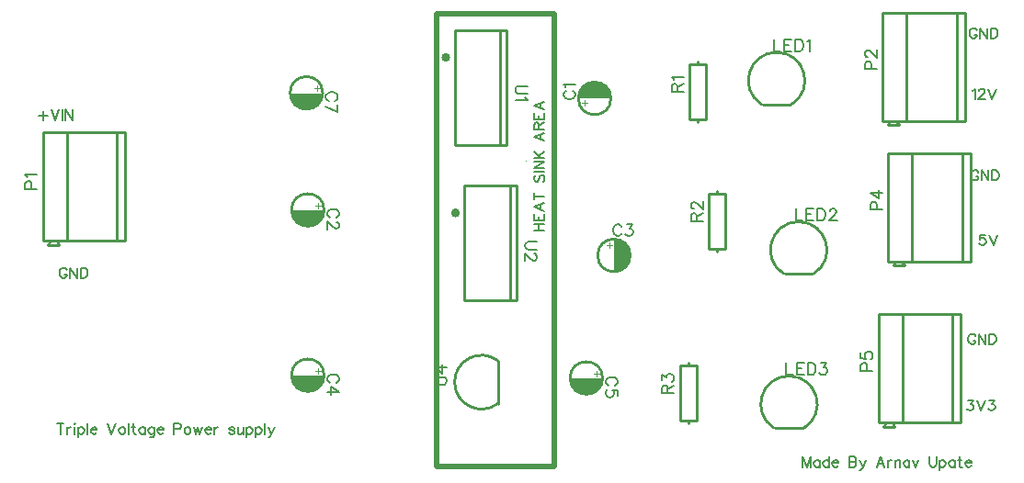
<source format=gto>
G04 Layer: TopSilkscreenLayer*
G04 EasyEDA v6.5.46, 2025-05-24 16:21:16*
G04 ef174af1d8114eec8ec5a0e0ba4c07ea,10*
G04 Gerber Generator version 0.2*
G04 Scale: 100 percent, Rotated: No, Reflected: No *
G04 Dimensions in millimeters *
G04 leading zeros omitted , absolute positions ,4 integer and 5 decimal *
%FSLAX45Y45*%
%MOMM*%

%ADD10C,0.2032*%
%ADD11C,0.1524*%
%ADD12C,0.0800*%
%ADD13C,0.2540*%
%ADD14C,0.4000*%
%ADD15C,0.5000*%
%ADD16C,0.0132*%

%LPD*%
D10*
X904494Y6640576D02*
G01*
X904494Y6558534D01*
X863600Y6599681D02*
G01*
X945387Y6599681D01*
X975360Y6654037D02*
G01*
X1011681Y6558534D01*
X1048257Y6654037D02*
G01*
X1011681Y6558534D01*
X1078229Y6654037D02*
G01*
X1078229Y6558534D01*
X1108202Y6654037D02*
G01*
X1108202Y6558534D01*
X1108202Y6654037D02*
G01*
X1171702Y6558534D01*
X1171702Y6654037D02*
G01*
X1171702Y6558534D01*
X1122171Y5170931D02*
G01*
X1117854Y5180076D01*
X1108710Y5188965D01*
X1099565Y5193537D01*
X1081278Y5193537D01*
X1072387Y5188965D01*
X1063244Y5180076D01*
X1058671Y5170931D01*
X1054100Y5157215D01*
X1054100Y5134610D01*
X1058671Y5120894D01*
X1063244Y5111750D01*
X1072387Y5102605D01*
X1081278Y5098034D01*
X1099565Y5098034D01*
X1108710Y5102605D01*
X1117854Y5111750D01*
X1122171Y5120894D01*
X1122171Y5134610D01*
X1099565Y5134610D02*
G01*
X1122171Y5134610D01*
X1152397Y5193537D02*
G01*
X1152397Y5098034D01*
X1152397Y5193537D02*
G01*
X1215897Y5098034D01*
X1215897Y5193537D02*
G01*
X1215897Y5098034D01*
X1245870Y5193537D02*
G01*
X1245870Y5098034D01*
X1245870Y5193537D02*
G01*
X1277620Y5193537D01*
X1291336Y5188965D01*
X1300479Y5180076D01*
X1305052Y5170931D01*
X1309623Y5157215D01*
X1309623Y5134610D01*
X1305052Y5120894D01*
X1300479Y5111750D01*
X1291336Y5102605D01*
X1277620Y5098034D01*
X1245870Y5098034D01*
X9579609Y5498337D02*
G01*
X9534143Y5498337D01*
X9529572Y5457444D01*
X9534143Y5462015D01*
X9547606Y5466587D01*
X9561322Y5466587D01*
X9575038Y5462015D01*
X9584181Y5452871D01*
X9588754Y5439410D01*
X9588754Y5430265D01*
X9584181Y5416550D01*
X9575038Y5407405D01*
X9561322Y5402834D01*
X9547606Y5402834D01*
X9534143Y5407405D01*
X9529572Y5411978D01*
X9525000Y5421121D01*
X9618725Y5498337D02*
G01*
X9655047Y5402834D01*
X9691370Y5498337D02*
G01*
X9655047Y5402834D01*
X9504400Y7380571D02*
G01*
X9499828Y7389715D01*
X9490684Y7398859D01*
X9481540Y7403431D01*
X9463252Y7403431D01*
X9454362Y7398859D01*
X9445218Y7389715D01*
X9440646Y7380571D01*
X9436074Y7367109D01*
X9436074Y7344249D01*
X9440646Y7330787D01*
X9445218Y7321643D01*
X9454362Y7312499D01*
X9463252Y7307927D01*
X9481540Y7307927D01*
X9490684Y7312499D01*
X9499828Y7321643D01*
X9504400Y7330787D01*
X9504400Y7344249D01*
X9481540Y7344249D02*
G01*
X9504400Y7344249D01*
X9534372Y7403431D02*
G01*
X9534372Y7307927D01*
X9534372Y7403431D02*
G01*
X9597872Y7307927D01*
X9597872Y7403431D02*
G01*
X9597872Y7307927D01*
X9627844Y7403431D02*
G01*
X9627844Y7307927D01*
X9627844Y7403431D02*
G01*
X9659848Y7403431D01*
X9673310Y7398859D01*
X9682454Y7389715D01*
X9687026Y7380571D01*
X9691598Y7367109D01*
X9691598Y7344249D01*
X9687026Y7330787D01*
X9682454Y7321643D01*
X9673310Y7312499D01*
X9659848Y7307927D01*
X9627844Y7307927D01*
X5423661Y5537200D02*
G01*
X5519165Y5537200D01*
X5423661Y5600954D02*
G01*
X5519165Y5600954D01*
X5469127Y5537200D02*
G01*
X5469127Y5600954D01*
X5423661Y5630926D02*
G01*
X5519165Y5630926D01*
X5423661Y5630926D02*
G01*
X5423661Y5689854D01*
X5469127Y5630926D02*
G01*
X5469127Y5667247D01*
X5519165Y5630926D02*
G01*
X5519165Y5689854D01*
X5423661Y5756402D02*
G01*
X5519165Y5719826D01*
X5423661Y5756402D02*
G01*
X5519165Y5792723D01*
X5487161Y5733542D02*
G01*
X5487161Y5779007D01*
X5423661Y5854445D02*
G01*
X5519165Y5854445D01*
X5423661Y5822695D02*
G01*
X5423661Y5886195D01*
X5437124Y6050026D02*
G01*
X5428234Y6040881D01*
X5423661Y6027165D01*
X5423661Y6009131D01*
X5428234Y5995415D01*
X5437124Y5986271D01*
X5446268Y5986271D01*
X5455411Y5990844D01*
X5459984Y5995415D01*
X5464556Y6004560D01*
X5473700Y6031737D01*
X5478018Y6040881D01*
X5482590Y6045454D01*
X5491734Y6050026D01*
X5505450Y6050026D01*
X5514593Y6040881D01*
X5519165Y6027165D01*
X5519165Y6009131D01*
X5514593Y5995415D01*
X5505450Y5986271D01*
X5423661Y6079997D02*
G01*
X5519165Y6079997D01*
X5423661Y6109970D02*
G01*
X5519165Y6109970D01*
X5423661Y6109970D02*
G01*
X5519165Y6173470D01*
X5423661Y6173470D02*
G01*
X5519165Y6173470D01*
X5423661Y6203442D02*
G01*
X5519165Y6203442D01*
X5423661Y6267195D02*
G01*
X5487161Y6203442D01*
X5464556Y6226302D02*
G01*
X5519165Y6267195D01*
X5423661Y6403594D02*
G01*
X5519165Y6367271D01*
X5423661Y6403594D02*
G01*
X5519165Y6439915D01*
X5487161Y6380734D02*
G01*
X5487161Y6426200D01*
X5423661Y6469887D02*
G01*
X5519165Y6469887D01*
X5423661Y6469887D02*
G01*
X5423661Y6510781D01*
X5428234Y6524497D01*
X5432806Y6529070D01*
X5441695Y6533642D01*
X5450840Y6533642D01*
X5459984Y6529070D01*
X5464556Y6524497D01*
X5469127Y6510781D01*
X5469127Y6469887D01*
X5469127Y6501637D02*
G01*
X5519165Y6533642D01*
X5423661Y6563613D02*
G01*
X5519165Y6563613D01*
X5423661Y6563613D02*
G01*
X5423661Y6622542D01*
X5469127Y6563613D02*
G01*
X5469127Y6599936D01*
X5519165Y6563613D02*
G01*
X5519165Y6622542D01*
X5423661Y6689089D02*
G01*
X5519165Y6652768D01*
X5423661Y6689089D02*
G01*
X5519165Y6725412D01*
X5487161Y6666229D02*
G01*
X5487161Y6711695D01*
X9461500Y6826504D02*
G01*
X9470643Y6831076D01*
X9484106Y6844537D01*
X9484106Y6749034D01*
X9518650Y6821931D02*
G01*
X9518650Y6826504D01*
X9523222Y6835394D01*
X9527793Y6839965D01*
X9536938Y6844537D01*
X9555225Y6844537D01*
X9564115Y6839965D01*
X9568688Y6835394D01*
X9573259Y6826504D01*
X9573259Y6817360D01*
X9568688Y6808215D01*
X9559797Y6794500D01*
X9514331Y6749034D01*
X9577831Y6749034D01*
X9607804Y6844537D02*
G01*
X9644125Y6749034D01*
X9680702Y6844537D02*
G01*
X9644125Y6749034D01*
X9419843Y3974337D02*
G01*
X9469881Y3974337D01*
X9442450Y3938015D01*
X9456165Y3938015D01*
X9465309Y3933444D01*
X9469881Y3928871D01*
X9474454Y3915410D01*
X9474454Y3906265D01*
X9469881Y3892550D01*
X9460738Y3883405D01*
X9447022Y3878834D01*
X9433306Y3878834D01*
X9419843Y3883405D01*
X9415272Y3887978D01*
X9410700Y3897121D01*
X9504425Y3974337D02*
G01*
X9540747Y3878834D01*
X9577070Y3974337D02*
G01*
X9540747Y3878834D01*
X9616186Y3974337D02*
G01*
X9666224Y3974337D01*
X9638791Y3938015D01*
X9652508Y3938015D01*
X9661652Y3933444D01*
X9666224Y3928871D01*
X9670795Y3915410D01*
X9670795Y3906265D01*
X9666224Y3892550D01*
X9657079Y3883405D01*
X9643363Y3878834D01*
X9629902Y3878834D01*
X9616186Y3883405D01*
X9611613Y3887978D01*
X9607041Y3897121D01*
X9517100Y6072471D02*
G01*
X9512528Y6081615D01*
X9503384Y6090759D01*
X9494240Y6095331D01*
X9475952Y6095331D01*
X9467062Y6090759D01*
X9457918Y6081615D01*
X9453346Y6072471D01*
X9448774Y6059009D01*
X9448774Y6036149D01*
X9453346Y6022687D01*
X9457918Y6013543D01*
X9467062Y6004399D01*
X9475952Y5999827D01*
X9494240Y5999827D01*
X9503384Y6004399D01*
X9512528Y6013543D01*
X9517100Y6022687D01*
X9517100Y6036149D01*
X9494240Y6036149D02*
G01*
X9517100Y6036149D01*
X9547072Y6095331D02*
G01*
X9547072Y5999827D01*
X9547072Y6095331D02*
G01*
X9610572Y5999827D01*
X9610572Y6095331D02*
G01*
X9610572Y5999827D01*
X9640544Y6095331D02*
G01*
X9640544Y5999827D01*
X9640544Y6095331D02*
G01*
X9672548Y6095331D01*
X9686010Y6090759D01*
X9695154Y6081615D01*
X9699726Y6072471D01*
X9704298Y6059009D01*
X9704298Y6036149D01*
X9699726Y6022687D01*
X9695154Y6013543D01*
X9686010Y6004399D01*
X9672548Y5999827D01*
X9640544Y5999827D01*
X9491700Y4561171D02*
G01*
X9487128Y4570315D01*
X9477984Y4579459D01*
X9468840Y4584031D01*
X9450552Y4584031D01*
X9441662Y4579459D01*
X9432518Y4570315D01*
X9427946Y4561171D01*
X9423374Y4547709D01*
X9423374Y4524849D01*
X9427946Y4511387D01*
X9432518Y4502243D01*
X9441662Y4493099D01*
X9450552Y4488527D01*
X9468840Y4488527D01*
X9477984Y4493099D01*
X9487128Y4502243D01*
X9491700Y4511387D01*
X9491700Y4524849D01*
X9468840Y4524849D02*
G01*
X9491700Y4524849D01*
X9521672Y4584031D02*
G01*
X9521672Y4488527D01*
X9521672Y4584031D02*
G01*
X9585172Y4488527D01*
X9585172Y4584031D02*
G01*
X9585172Y4488527D01*
X9615144Y4584031D02*
G01*
X9615144Y4488527D01*
X9615144Y4584031D02*
G01*
X9647148Y4584031D01*
X9660610Y4579459D01*
X9669754Y4570315D01*
X9674326Y4561171D01*
X9678898Y4547709D01*
X9678898Y4524849D01*
X9674326Y4511387D01*
X9669754Y4502243D01*
X9660610Y4493099D01*
X9647148Y4488527D01*
X9615144Y4488527D01*
X1060450Y3758437D02*
G01*
X1060450Y3662934D01*
X1028700Y3758437D02*
G01*
X1092454Y3758437D01*
X1122426Y3726687D02*
G01*
X1122426Y3662934D01*
X1122426Y3699510D02*
G01*
X1126997Y3712971D01*
X1135887Y3722115D01*
X1145031Y3726687D01*
X1158747Y3726687D01*
X1188720Y3758437D02*
G01*
X1193292Y3753865D01*
X1197863Y3758437D01*
X1193292Y3763010D01*
X1188720Y3758437D01*
X1193292Y3726687D02*
G01*
X1193292Y3662934D01*
X1227836Y3726687D02*
G01*
X1227836Y3631184D01*
X1227836Y3712971D02*
G01*
X1236979Y3722115D01*
X1245870Y3726687D01*
X1259586Y3726687D01*
X1268729Y3722115D01*
X1277873Y3712971D01*
X1282445Y3699510D01*
X1282445Y3690365D01*
X1277873Y3676650D01*
X1268729Y3667505D01*
X1259586Y3662934D01*
X1245870Y3662934D01*
X1236979Y3667505D01*
X1227836Y3676650D01*
X1312418Y3758437D02*
G01*
X1312418Y3662934D01*
X1342389Y3699510D02*
G01*
X1397000Y3699510D01*
X1397000Y3708400D01*
X1392428Y3717544D01*
X1387855Y3722115D01*
X1378712Y3726687D01*
X1364995Y3726687D01*
X1355852Y3722115D01*
X1346962Y3712971D01*
X1342389Y3699510D01*
X1342389Y3690365D01*
X1346962Y3676650D01*
X1355852Y3667505D01*
X1364995Y3662934D01*
X1378712Y3662934D01*
X1387855Y3667505D01*
X1397000Y3676650D01*
X1496821Y3758437D02*
G01*
X1533144Y3662934D01*
X1569720Y3758437D02*
G01*
X1533144Y3662934D01*
X1622297Y3726687D02*
G01*
X1613154Y3722115D01*
X1604263Y3712971D01*
X1599692Y3699510D01*
X1599692Y3690365D01*
X1604263Y3676650D01*
X1613154Y3667505D01*
X1622297Y3662934D01*
X1636013Y3662934D01*
X1645157Y3667505D01*
X1654047Y3676650D01*
X1658620Y3690365D01*
X1658620Y3699510D01*
X1654047Y3712971D01*
X1645157Y3722115D01*
X1636013Y3726687D01*
X1622297Y3726687D01*
X1688592Y3758437D02*
G01*
X1688592Y3662934D01*
X1732279Y3758437D02*
G01*
X1732279Y3681221D01*
X1736852Y3667505D01*
X1745995Y3662934D01*
X1755139Y3662934D01*
X1718818Y3726687D02*
G01*
X1750568Y3726687D01*
X1839721Y3726687D02*
G01*
X1839721Y3662934D01*
X1839721Y3712971D02*
G01*
X1830578Y3722115D01*
X1821434Y3726687D01*
X1807718Y3726687D01*
X1798573Y3722115D01*
X1789684Y3712971D01*
X1785112Y3699510D01*
X1785112Y3690365D01*
X1789684Y3676650D01*
X1798573Y3667505D01*
X1807718Y3662934D01*
X1821434Y3662934D01*
X1830578Y3667505D01*
X1839721Y3676650D01*
X1924050Y3726687D02*
G01*
X1924050Y3654044D01*
X1919731Y3640328D01*
X1915160Y3635755D01*
X1906015Y3631184D01*
X1892300Y3631184D01*
X1883155Y3635755D01*
X1924050Y3712971D02*
G01*
X1915160Y3722115D01*
X1906015Y3726687D01*
X1892300Y3726687D01*
X1883155Y3722115D01*
X1874265Y3712971D01*
X1869694Y3699510D01*
X1869694Y3690365D01*
X1874265Y3676650D01*
X1883155Y3667505D01*
X1892300Y3662934D01*
X1906015Y3662934D01*
X1915160Y3667505D01*
X1924050Y3676650D01*
X1954275Y3699510D02*
G01*
X2008631Y3699510D01*
X2008631Y3708400D01*
X2004059Y3717544D01*
X1999488Y3722115D01*
X1990597Y3726687D01*
X1976881Y3726687D01*
X1967738Y3722115D01*
X1958593Y3712971D01*
X1954275Y3699510D01*
X1954275Y3690365D01*
X1958593Y3676650D01*
X1967738Y3667505D01*
X1976881Y3662934D01*
X1990597Y3662934D01*
X1999488Y3667505D01*
X2008631Y3676650D01*
X2108708Y3758437D02*
G01*
X2108708Y3662934D01*
X2108708Y3758437D02*
G01*
X2149602Y3758437D01*
X2163318Y3753865D01*
X2167890Y3749294D01*
X2172208Y3740404D01*
X2172208Y3726687D01*
X2167890Y3717544D01*
X2163318Y3712971D01*
X2149602Y3708400D01*
X2108708Y3708400D01*
X2225040Y3726687D02*
G01*
X2215895Y3722115D01*
X2207006Y3712971D01*
X2202434Y3699510D01*
X2202434Y3690365D01*
X2207006Y3676650D01*
X2215895Y3667505D01*
X2225040Y3662934D01*
X2238756Y3662934D01*
X2247900Y3667505D01*
X2256790Y3676650D01*
X2261361Y3690365D01*
X2261361Y3699510D01*
X2256790Y3712971D01*
X2247900Y3722115D01*
X2238756Y3726687D01*
X2225040Y3726687D01*
X2291334Y3726687D02*
G01*
X2309622Y3662934D01*
X2327909Y3726687D02*
G01*
X2309622Y3662934D01*
X2327909Y3726687D02*
G01*
X2345943Y3662934D01*
X2364231Y3726687D02*
G01*
X2345943Y3662934D01*
X2394204Y3699510D02*
G01*
X2448813Y3699510D01*
X2448813Y3708400D01*
X2444241Y3717544D01*
X2439670Y3722115D01*
X2430525Y3726687D01*
X2416809Y3726687D01*
X2407665Y3722115D01*
X2398775Y3712971D01*
X2394204Y3699510D01*
X2394204Y3690365D01*
X2398775Y3676650D01*
X2407665Y3667505D01*
X2416809Y3662934D01*
X2430525Y3662934D01*
X2439670Y3667505D01*
X2448813Y3676650D01*
X2478786Y3726687D02*
G01*
X2478786Y3662934D01*
X2478786Y3699510D02*
G01*
X2483358Y3712971D01*
X2492247Y3722115D01*
X2501391Y3726687D01*
X2515108Y3726687D01*
X2664968Y3712971D02*
G01*
X2660395Y3722115D01*
X2646934Y3726687D01*
X2633218Y3726687D01*
X2619502Y3722115D01*
X2615184Y3712971D01*
X2619502Y3704081D01*
X2628645Y3699510D01*
X2651506Y3694937D01*
X2660395Y3690365D01*
X2664968Y3681221D01*
X2664968Y3676650D01*
X2660395Y3667505D01*
X2646934Y3662934D01*
X2633218Y3662934D01*
X2619502Y3667505D01*
X2615184Y3676650D01*
X2694940Y3726687D02*
G01*
X2694940Y3681221D01*
X2699511Y3667505D01*
X2708656Y3662934D01*
X2722372Y3662934D01*
X2731515Y3667505D01*
X2744977Y3681221D01*
X2744977Y3726687D02*
G01*
X2744977Y3662934D01*
X2774950Y3726687D02*
G01*
X2774950Y3631184D01*
X2774950Y3712971D02*
G01*
X2784093Y3722115D01*
X2793238Y3726687D01*
X2806954Y3726687D01*
X2815843Y3722115D01*
X2824988Y3712971D01*
X2829559Y3699510D01*
X2829559Y3690365D01*
X2824988Y3676650D01*
X2815843Y3667505D01*
X2806954Y3662934D01*
X2793238Y3662934D01*
X2784093Y3667505D01*
X2774950Y3676650D01*
X2859531Y3726687D02*
G01*
X2859531Y3631184D01*
X2859531Y3712971D02*
G01*
X2868675Y3722115D01*
X2877820Y3726687D01*
X2891536Y3726687D01*
X2900425Y3722115D01*
X2909570Y3712971D01*
X2914141Y3699510D01*
X2914141Y3690365D01*
X2909570Y3676650D01*
X2900425Y3667505D01*
X2891536Y3662934D01*
X2877820Y3662934D01*
X2868675Y3667505D01*
X2859531Y3676650D01*
X2944113Y3758437D02*
G01*
X2944113Y3662934D01*
X2978658Y3726687D02*
G01*
X3006090Y3662934D01*
X3033268Y3726687D02*
G01*
X3006090Y3662934D01*
X2996945Y3644900D01*
X2987802Y3635755D01*
X2978658Y3631184D01*
X2974086Y3631184D01*
X7899400Y3453637D02*
G01*
X7899400Y3358134D01*
X7899400Y3453637D02*
G01*
X7935722Y3358134D01*
X7972043Y3453637D02*
G01*
X7935722Y3358134D01*
X7972043Y3453637D02*
G01*
X7972043Y3358134D01*
X8056625Y3421887D02*
G01*
X8056625Y3358134D01*
X8056625Y3408171D02*
G01*
X8047481Y3417315D01*
X8038591Y3421887D01*
X8024875Y3421887D01*
X8015731Y3417315D01*
X8006588Y3408171D01*
X8002015Y3394710D01*
X8002015Y3385565D01*
X8006588Y3371850D01*
X8015731Y3362705D01*
X8024875Y3358134D01*
X8038591Y3358134D01*
X8047481Y3362705D01*
X8056625Y3371850D01*
X8141208Y3453637D02*
G01*
X8141208Y3358134D01*
X8141208Y3408171D02*
G01*
X8132063Y3417315D01*
X8122920Y3421887D01*
X8109458Y3421887D01*
X8100313Y3417315D01*
X8091170Y3408171D01*
X8086597Y3394710D01*
X8086597Y3385565D01*
X8091170Y3371850D01*
X8100313Y3362705D01*
X8109458Y3358134D01*
X8122920Y3358134D01*
X8132063Y3362705D01*
X8141208Y3371850D01*
X8171179Y3394710D02*
G01*
X8225790Y3394710D01*
X8225790Y3403600D01*
X8221218Y3412744D01*
X8216645Y3417315D01*
X8207502Y3421887D01*
X8194040Y3421887D01*
X8184895Y3417315D01*
X8175752Y3408171D01*
X8171179Y3394710D01*
X8171179Y3385565D01*
X8175752Y3371850D01*
X8184895Y3362705D01*
X8194040Y3358134D01*
X8207502Y3358134D01*
X8216645Y3362705D01*
X8225790Y3371850D01*
X8325865Y3453637D02*
G01*
X8325865Y3358134D01*
X8325865Y3453637D02*
G01*
X8366759Y3453637D01*
X8380222Y3449065D01*
X8384793Y3444494D01*
X8389365Y3435604D01*
X8389365Y3426460D01*
X8384793Y3417315D01*
X8380222Y3412744D01*
X8366759Y3408171D01*
X8325865Y3408171D02*
G01*
X8366759Y3408171D01*
X8380222Y3403600D01*
X8384793Y3399281D01*
X8389365Y3390137D01*
X8389365Y3376421D01*
X8384793Y3367278D01*
X8380222Y3362705D01*
X8366759Y3358134D01*
X8325865Y3358134D01*
X8423909Y3421887D02*
G01*
X8451341Y3358134D01*
X8478520Y3421887D02*
G01*
X8451341Y3358134D01*
X8442197Y3340100D01*
X8433054Y3330955D01*
X8423909Y3326384D01*
X8419338Y3326384D01*
X8614918Y3453637D02*
G01*
X8578595Y3358134D01*
X8614918Y3453637D02*
G01*
X8651240Y3358134D01*
X8592058Y3390137D02*
G01*
X8637524Y3390137D01*
X8681211Y3421887D02*
G01*
X8681211Y3358134D01*
X8681211Y3394710D02*
G01*
X8685784Y3408171D01*
X8694927Y3417315D01*
X8703818Y3421887D01*
X8717534Y3421887D01*
X8747506Y3421887D02*
G01*
X8747506Y3358134D01*
X8747506Y3403600D02*
G01*
X8761222Y3417315D01*
X8770365Y3421887D01*
X8783827Y3421887D01*
X8792972Y3417315D01*
X8797543Y3403600D01*
X8797543Y3358134D01*
X8882125Y3421887D02*
G01*
X8882125Y3358134D01*
X8882125Y3408171D02*
G01*
X8872981Y3417315D01*
X8863838Y3421887D01*
X8850375Y3421887D01*
X8841231Y3417315D01*
X8832088Y3408171D01*
X8827515Y3394710D01*
X8827515Y3385565D01*
X8832088Y3371850D01*
X8841231Y3362705D01*
X8850375Y3358134D01*
X8863838Y3358134D01*
X8872981Y3362705D01*
X8882125Y3371850D01*
X8912097Y3421887D02*
G01*
X8939275Y3358134D01*
X8966708Y3421887D02*
G01*
X8939275Y3358134D01*
X9066784Y3453637D02*
G01*
X9066784Y3385565D01*
X9071102Y3371850D01*
X9080245Y3362705D01*
X9093961Y3358134D01*
X9103106Y3358134D01*
X9116568Y3362705D01*
X9125711Y3371850D01*
X9130284Y3385565D01*
X9130284Y3453637D01*
X9160256Y3421887D02*
G01*
X9160256Y3326384D01*
X9160256Y3408171D02*
G01*
X9169400Y3417315D01*
X9178543Y3421887D01*
X9192006Y3421887D01*
X9201150Y3417315D01*
X9210293Y3408171D01*
X9214865Y3394710D01*
X9214865Y3385565D01*
X9210293Y3371850D01*
X9201150Y3362705D01*
X9192006Y3358134D01*
X9178543Y3358134D01*
X9169400Y3362705D01*
X9160256Y3371850D01*
X9299447Y3421887D02*
G01*
X9299447Y3358134D01*
X9299447Y3408171D02*
G01*
X9290304Y3417315D01*
X9281159Y3421887D01*
X9267697Y3421887D01*
X9258554Y3417315D01*
X9249409Y3408171D01*
X9244838Y3394710D01*
X9244838Y3385565D01*
X9249409Y3371850D01*
X9258554Y3362705D01*
X9267697Y3358134D01*
X9281159Y3358134D01*
X9290304Y3362705D01*
X9299447Y3371850D01*
X9343136Y3453637D02*
G01*
X9343136Y3376421D01*
X9347454Y3362705D01*
X9356597Y3358134D01*
X9365741Y3358134D01*
X9329420Y3421887D02*
G01*
X9361170Y3421887D01*
X9395713Y3394710D02*
G01*
X9450324Y3394710D01*
X9450324Y3403600D01*
X9445752Y3412744D01*
X9441179Y3417315D01*
X9432036Y3421887D01*
X9418574Y3421887D01*
X9409429Y3417315D01*
X9400286Y3408171D01*
X9395713Y3394710D01*
X9395713Y3385565D01*
X9400286Y3371850D01*
X9409429Y3362705D01*
X9418574Y3358134D01*
X9432036Y3358134D01*
X9441179Y3362705D01*
X9450324Y3371850D01*
D11*
X5719988Y6827733D02*
G01*
X5709574Y6822399D01*
X5699160Y6811985D01*
X5694080Y6801825D01*
X5694080Y6780997D01*
X5699160Y6770583D01*
X5709574Y6760169D01*
X5719988Y6754835D01*
X5735736Y6749755D01*
X5761644Y6749755D01*
X5777138Y6754835D01*
X5787552Y6760169D01*
X5797966Y6770583D01*
X5803046Y6780997D01*
X5803046Y6801825D01*
X5797966Y6811985D01*
X5787552Y6822399D01*
X5777138Y6827733D01*
X5714908Y6862023D02*
G01*
X5709574Y6872437D01*
X5694080Y6887931D01*
X5803046Y6887931D01*
X3601811Y5656366D02*
G01*
X3612225Y5661700D01*
X3622639Y5672114D01*
X3627719Y5682274D01*
X3627719Y5703102D01*
X3622639Y5713516D01*
X3612225Y5723930D01*
X3601811Y5729264D01*
X3586063Y5734344D01*
X3560155Y5734344D01*
X3544661Y5729264D01*
X3534247Y5723930D01*
X3523833Y5713516D01*
X3518753Y5703102D01*
X3518753Y5682274D01*
X3523833Y5672114D01*
X3534247Y5661700D01*
X3544661Y5656366D01*
X3601811Y5616996D02*
G01*
X3606891Y5616996D01*
X3617305Y5611662D01*
X3622639Y5606582D01*
X3627719Y5596168D01*
X3627719Y5575340D01*
X3622639Y5564926D01*
X3617305Y5559846D01*
X3606891Y5554512D01*
X3596477Y5554512D01*
X3586063Y5559846D01*
X3570569Y5570260D01*
X3518753Y5622076D01*
X3518753Y5549432D01*
X6230833Y5570311D02*
G01*
X6225499Y5580725D01*
X6215085Y5591139D01*
X6204925Y5596219D01*
X6184097Y5596219D01*
X6173683Y5591139D01*
X6163269Y5580725D01*
X6157935Y5570311D01*
X6152855Y5554563D01*
X6152855Y5528655D01*
X6157935Y5513161D01*
X6163269Y5502747D01*
X6173683Y5492333D01*
X6184097Y5487253D01*
X6204925Y5487253D01*
X6215085Y5492333D01*
X6225499Y5502747D01*
X6230833Y5513161D01*
X6275537Y5596219D02*
G01*
X6332687Y5596219D01*
X6301445Y5554563D01*
X6316939Y5554563D01*
X6327353Y5549483D01*
X6332687Y5544403D01*
X6337767Y5528655D01*
X6337767Y5518241D01*
X6332687Y5502747D01*
X6322273Y5492333D01*
X6306525Y5487253D01*
X6291031Y5487253D01*
X6275537Y5492333D01*
X6270203Y5497413D01*
X6265123Y5507827D01*
X3601811Y4132366D02*
G01*
X3612225Y4137700D01*
X3622639Y4148114D01*
X3627719Y4158274D01*
X3627719Y4179102D01*
X3622639Y4189516D01*
X3612225Y4199930D01*
X3601811Y4205264D01*
X3586063Y4210344D01*
X3560155Y4210344D01*
X3544661Y4205264D01*
X3534247Y4199930D01*
X3523833Y4189516D01*
X3518753Y4179102D01*
X3518753Y4158274D01*
X3523833Y4148114D01*
X3534247Y4137700D01*
X3544661Y4132366D01*
X3627719Y4046260D02*
G01*
X3555075Y4098076D01*
X3555075Y4020098D01*
X3627719Y4046260D02*
G01*
X3518753Y4046260D01*
X6167211Y4106966D02*
G01*
X6177625Y4112300D01*
X6188039Y4122714D01*
X6193119Y4132874D01*
X6193119Y4153702D01*
X6188039Y4164116D01*
X6177625Y4174530D01*
X6167211Y4179864D01*
X6151463Y4184944D01*
X6125555Y4184944D01*
X6110061Y4179864D01*
X6099647Y4174530D01*
X6089233Y4164116D01*
X6084153Y4153702D01*
X6084153Y4132874D01*
X6089233Y4122714D01*
X6099647Y4112300D01*
X6110061Y4106966D01*
X6193119Y4010446D02*
G01*
X6193119Y4062262D01*
X6146383Y4067596D01*
X6151463Y4062262D01*
X6156797Y4046768D01*
X6156797Y4031274D01*
X6151463Y4015526D01*
X6141303Y4005112D01*
X6125555Y4000032D01*
X6115141Y4000032D01*
X6099647Y4005112D01*
X6089233Y4015526D01*
X6084153Y4031274D01*
X6084153Y4046768D01*
X6089233Y4062262D01*
X6094313Y4067596D01*
X6104727Y4072676D01*
X3589111Y6735866D02*
G01*
X3599525Y6741200D01*
X3609939Y6751614D01*
X3615019Y6761774D01*
X3615019Y6782602D01*
X3609939Y6793016D01*
X3599525Y6803430D01*
X3589111Y6808764D01*
X3573363Y6813844D01*
X3547455Y6813844D01*
X3531961Y6808764D01*
X3521547Y6803430D01*
X3511133Y6793016D01*
X3506053Y6782602D01*
X3506053Y6761774D01*
X3511133Y6751614D01*
X3521547Y6741200D01*
X3531961Y6735866D01*
X3615019Y6628932D02*
G01*
X3506053Y6680748D01*
X3615019Y6701576D02*
G01*
X3615019Y6628932D01*
X7632700Y7300518D02*
G01*
X7632700Y7191552D01*
X7632700Y7191552D02*
G01*
X7694929Y7191552D01*
X7729220Y7300518D02*
G01*
X7729220Y7191552D01*
X7729220Y7300518D02*
G01*
X7796784Y7300518D01*
X7729220Y7248702D02*
G01*
X7770875Y7248702D01*
X7729220Y7191552D02*
G01*
X7796784Y7191552D01*
X7831074Y7300518D02*
G01*
X7831074Y7191552D01*
X7831074Y7300518D02*
G01*
X7867650Y7300518D01*
X7883143Y7295438D01*
X7893558Y7285024D01*
X7898638Y7274610D01*
X7903972Y7258862D01*
X7903972Y7232954D01*
X7898638Y7217460D01*
X7893558Y7207046D01*
X7883143Y7196632D01*
X7867650Y7191552D01*
X7831074Y7191552D01*
X7938261Y7279690D02*
G01*
X7948675Y7285024D01*
X7964170Y7300518D01*
X7964170Y7191552D01*
X7835900Y5738418D02*
G01*
X7835900Y5629452D01*
X7835900Y5629452D02*
G01*
X7898129Y5629452D01*
X7932420Y5738418D02*
G01*
X7932420Y5629452D01*
X7932420Y5738418D02*
G01*
X7999984Y5738418D01*
X7932420Y5686602D02*
G01*
X7974075Y5686602D01*
X7932420Y5629452D02*
G01*
X7999984Y5629452D01*
X8034274Y5738418D02*
G01*
X8034274Y5629452D01*
X8034274Y5738418D02*
G01*
X8070850Y5738418D01*
X8086343Y5733338D01*
X8096758Y5722924D01*
X8101838Y5712510D01*
X8107172Y5696762D01*
X8107172Y5670854D01*
X8101838Y5655360D01*
X8096758Y5644946D01*
X8086343Y5634532D01*
X8070850Y5629452D01*
X8034274Y5629452D01*
X8146541Y5712510D02*
G01*
X8146541Y5717590D01*
X8151875Y5728004D01*
X8156956Y5733338D01*
X8167370Y5738418D01*
X8188197Y5738418D01*
X8198611Y5733338D01*
X8203691Y5728004D01*
X8209025Y5717590D01*
X8209025Y5707176D01*
X8203691Y5696762D01*
X8193277Y5681268D01*
X8141461Y5629452D01*
X8214106Y5629452D01*
X7747000Y4316018D02*
G01*
X7747000Y4207052D01*
X7747000Y4207052D02*
G01*
X7809229Y4207052D01*
X7843520Y4316018D02*
G01*
X7843520Y4207052D01*
X7843520Y4316018D02*
G01*
X7911084Y4316018D01*
X7843520Y4264202D02*
G01*
X7885175Y4264202D01*
X7843520Y4207052D02*
G01*
X7911084Y4207052D01*
X7945374Y4316018D02*
G01*
X7945374Y4207052D01*
X7945374Y4316018D02*
G01*
X7981950Y4316018D01*
X7997443Y4310938D01*
X8007858Y4300524D01*
X8012938Y4290110D01*
X8018272Y4274362D01*
X8018272Y4248454D01*
X8012938Y4232960D01*
X8007858Y4222546D01*
X7997443Y4212132D01*
X7981950Y4207052D01*
X7945374Y4207052D01*
X8062975Y4316018D02*
G01*
X8120125Y4316018D01*
X8088884Y4274362D01*
X8104377Y4274362D01*
X8114791Y4269282D01*
X8120125Y4264202D01*
X8125206Y4248454D01*
X8125206Y4238040D01*
X8120125Y4222546D01*
X8109711Y4212132D01*
X8093963Y4207052D01*
X8078470Y4207052D01*
X8062975Y4212132D01*
X8057641Y4217212D01*
X8052561Y4227626D01*
X737107Y5919723D02*
G01*
X846073Y5919723D01*
X737107Y5919723D02*
G01*
X737107Y5966460D01*
X742187Y5981954D01*
X747521Y5987287D01*
X757936Y5992368D01*
X773429Y5992368D01*
X783844Y5987287D01*
X788923Y5981954D01*
X794257Y5966460D01*
X794257Y5919723D01*
X757936Y6026657D02*
G01*
X752602Y6037071D01*
X737107Y6052820D01*
X846073Y6052820D01*
X8471408Y7024623D02*
G01*
X8580374Y7024623D01*
X8471408Y7024623D02*
G01*
X8471408Y7071360D01*
X8476488Y7086854D01*
X8481822Y7092187D01*
X8492236Y7097268D01*
X8507729Y7097268D01*
X8518143Y7092187D01*
X8523224Y7086854D01*
X8528558Y7071360D01*
X8528558Y7024623D01*
X8497315Y7136892D02*
G01*
X8492236Y7136892D01*
X8481822Y7141971D01*
X8476488Y7147305D01*
X8471408Y7157720D01*
X8471408Y7178294D01*
X8476488Y7188708D01*
X8481822Y7194042D01*
X8492236Y7199121D01*
X8502650Y7199121D01*
X8513063Y7194042D01*
X8528558Y7183628D01*
X8580374Y7131558D01*
X8580374Y7204455D01*
X8522208Y5729223D02*
G01*
X8631174Y5729223D01*
X8522208Y5729223D02*
G01*
X8522208Y5775960D01*
X8527288Y5791454D01*
X8532622Y5796787D01*
X8543036Y5801868D01*
X8558529Y5801868D01*
X8568943Y5796787D01*
X8574024Y5791454D01*
X8579358Y5775960D01*
X8579358Y5729223D01*
X8522208Y5888228D02*
G01*
X8594852Y5836157D01*
X8594852Y5914136D01*
X8522208Y5888228D02*
G01*
X8631174Y5888228D01*
X8433308Y4243323D02*
G01*
X8542274Y4243323D01*
X8433308Y4243323D02*
G01*
X8433308Y4290060D01*
X8438388Y4305554D01*
X8443722Y4310887D01*
X8454136Y4315968D01*
X8469629Y4315968D01*
X8480043Y4310887D01*
X8485124Y4305554D01*
X8490458Y4290060D01*
X8490458Y4243323D01*
X8433308Y4412742D02*
G01*
X8433308Y4360671D01*
X8480043Y4355592D01*
X8474963Y4360671D01*
X8469629Y4376420D01*
X8469629Y4391913D01*
X8474963Y4407407D01*
X8485124Y4417821D01*
X8500872Y4423155D01*
X8511286Y4423155D01*
X8526779Y4417821D01*
X8537193Y4407407D01*
X8542274Y4391913D01*
X8542274Y4376420D01*
X8537193Y4360671D01*
X8532113Y4355592D01*
X8521700Y4350257D01*
X6691884Y6819900D02*
G01*
X6800850Y6819900D01*
X6691884Y6819900D02*
G01*
X6691884Y6866636D01*
X6696963Y6882129D01*
X6702297Y6887463D01*
X6712711Y6892544D01*
X6723125Y6892544D01*
X6733540Y6887463D01*
X6738620Y6882129D01*
X6743700Y6866636D01*
X6743700Y6819900D01*
X6743700Y6856221D02*
G01*
X6800850Y6892544D01*
X6712711Y6926834D02*
G01*
X6707377Y6937247D01*
X6691884Y6952995D01*
X6800850Y6952995D01*
X6869684Y5626100D02*
G01*
X6978650Y5626100D01*
X6869684Y5626100D02*
G01*
X6869684Y5672836D01*
X6874763Y5688329D01*
X6880097Y5693663D01*
X6890511Y5698744D01*
X6900925Y5698744D01*
X6911340Y5693663D01*
X6916420Y5688329D01*
X6921500Y5672836D01*
X6921500Y5626100D01*
X6921500Y5662421D02*
G01*
X6978650Y5698744D01*
X6895591Y5738368D02*
G01*
X6890511Y5738368D01*
X6880097Y5743447D01*
X6874763Y5748781D01*
X6869684Y5759195D01*
X6869684Y5779770D01*
X6874763Y5790184D01*
X6880097Y5795518D01*
X6890511Y5800597D01*
X6900925Y5800597D01*
X6911340Y5795518D01*
X6926834Y5785104D01*
X6978650Y5733034D01*
X6978650Y5805931D01*
X6602984Y4038600D02*
G01*
X6711950Y4038600D01*
X6602984Y4038600D02*
G01*
X6602984Y4085336D01*
X6608063Y4100829D01*
X6613397Y4106163D01*
X6623811Y4111244D01*
X6634225Y4111244D01*
X6644640Y4106163D01*
X6649720Y4100829D01*
X6654800Y4085336D01*
X6654800Y4038600D01*
X6654800Y4074921D02*
G01*
X6711950Y4111244D01*
X6602984Y4155947D02*
G01*
X6602984Y4213097D01*
X6644640Y4182110D01*
X6644640Y4197604D01*
X6649720Y4208018D01*
X6654800Y4213097D01*
X6670547Y4218431D01*
X6680961Y4218431D01*
X6696456Y4213097D01*
X6706870Y4202684D01*
X6711950Y4187189D01*
X6711950Y4171695D01*
X6706870Y4155947D01*
X6701790Y4150868D01*
X6691375Y4145534D01*
X5360911Y6870712D02*
G01*
X5282933Y6870712D01*
X5267439Y6865632D01*
X5257025Y6855218D01*
X5251945Y6839470D01*
X5251945Y6829056D01*
X5257025Y6813562D01*
X5267439Y6803148D01*
X5282933Y6798068D01*
X5360911Y6798068D01*
X5340083Y6763778D02*
G01*
X5345417Y6753364D01*
X5360911Y6737616D01*
X5251945Y6737616D01*
X5449811Y5435612D02*
G01*
X5371833Y5435612D01*
X5356339Y5430532D01*
X5345925Y5420118D01*
X5340845Y5404370D01*
X5340845Y5393956D01*
X5345925Y5378462D01*
X5356339Y5368048D01*
X5371833Y5362968D01*
X5449811Y5362968D01*
X5423903Y5323344D02*
G01*
X5428983Y5323344D01*
X5439397Y5318264D01*
X5444731Y5312930D01*
X5449811Y5302516D01*
X5449811Y5281942D01*
X5444731Y5271528D01*
X5439397Y5266194D01*
X5428983Y5261114D01*
X5418569Y5261114D01*
X5408155Y5266194D01*
X5392661Y5276608D01*
X5340845Y5328678D01*
X5340845Y5255780D01*
X4507484Y4114800D02*
G01*
X4585461Y4114800D01*
X4600956Y4119879D01*
X4611370Y4130294D01*
X4616450Y4146042D01*
X4616450Y4156455D01*
X4611370Y4171950D01*
X4600956Y4182363D01*
X4585461Y4187444D01*
X4507484Y4187444D01*
X4507484Y4273804D02*
G01*
X4580127Y4221734D01*
X4580127Y4299712D01*
X4507484Y4273804D02*
G01*
X4616450Y4273804D01*
G36*
X5978906Y6901434D02*
G01*
X5967780Y6900824D01*
X5956706Y6899351D01*
X5945784Y6897116D01*
X5935065Y6894068D01*
X5924600Y6890207D01*
X5914491Y6885584D01*
X5904687Y6880250D01*
X5895340Y6874154D01*
X5886450Y6867448D01*
X5878068Y6860082D01*
X5870295Y6852107D01*
X5863132Y6843572D01*
X5856579Y6834530D01*
X5850788Y6825030D01*
X5845657Y6815124D01*
X5841288Y6804863D01*
X5839358Y6799630D01*
X5836158Y6788912D01*
X5833770Y6778040D01*
X5832856Y6772554D01*
X5831687Y6761480D01*
X6131661Y6761480D01*
X6130493Y6772554D01*
X6128512Y6783527D01*
X6125718Y6794296D01*
X6122111Y6804863D01*
X6117742Y6815124D01*
X6112611Y6825030D01*
X6106769Y6834530D01*
X6100267Y6843572D01*
X6093104Y6852107D01*
X6085281Y6860082D01*
X6076950Y6867448D01*
X6068060Y6874154D01*
X6058712Y6880250D01*
X6048908Y6885584D01*
X6038748Y6890207D01*
X6028283Y6894068D01*
X6017564Y6897116D01*
X6006693Y6899351D01*
X5995619Y6900824D01*
X5984494Y6901434D01*
G37*
G36*
X3190138Y5722620D02*
G01*
X3191306Y5711545D01*
X3193288Y5700572D01*
X3196082Y5689803D01*
X3199688Y5679236D01*
X3204057Y5668975D01*
X3209188Y5659069D01*
X3215030Y5649569D01*
X3221532Y5640527D01*
X3228695Y5631992D01*
X3236518Y5624017D01*
X3244850Y5616651D01*
X3253740Y5609945D01*
X3263087Y5603849D01*
X3272891Y5598515D01*
X3283051Y5593892D01*
X3293516Y5590032D01*
X3304235Y5586984D01*
X3315106Y5584748D01*
X3326180Y5583275D01*
X3337306Y5582666D01*
X3348482Y5582869D01*
X3359556Y5583936D01*
X3370579Y5585764D01*
X3381400Y5588406D01*
X3391966Y5591860D01*
X3402279Y5596128D01*
X3412286Y5601106D01*
X3421837Y5606796D01*
X3430981Y5613196D01*
X3439617Y5620258D01*
X3447694Y5627979D01*
X3455162Y5636209D01*
X3462020Y5644997D01*
X3468217Y5654294D01*
X3473704Y5663996D01*
X3478428Y5674055D01*
X3482441Y5684469D01*
X3485642Y5695188D01*
X3488029Y5706059D01*
X3488944Y5711545D01*
X3490112Y5722620D01*
G37*
G36*
X6164580Y5458612D02*
G01*
X6164529Y5158587D01*
X6175654Y5159806D01*
X6186627Y5161788D01*
X6197396Y5164582D01*
X6207963Y5168188D01*
X6218224Y5172557D01*
X6228130Y5177688D01*
X6237630Y5183530D01*
X6246672Y5190032D01*
X6255207Y5197195D01*
X6263182Y5205018D01*
X6270548Y5213350D01*
X6277254Y5222240D01*
X6283350Y5231587D01*
X6288684Y5241391D01*
X6293307Y5251551D01*
X6297168Y5262016D01*
X6300216Y5272735D01*
X6302451Y5283606D01*
X6303924Y5294680D01*
X6304534Y5305806D01*
X6304330Y5316982D01*
X6303264Y5328056D01*
X6301435Y5339080D01*
X6298793Y5349900D01*
X6295339Y5360466D01*
X6291072Y5370779D01*
X6286093Y5380786D01*
X6280404Y5390337D01*
X6274003Y5399481D01*
X6266942Y5408117D01*
X6259220Y5416194D01*
X6250990Y5423662D01*
X6242202Y5430520D01*
X6232906Y5436717D01*
X6223203Y5442204D01*
X6213144Y5446928D01*
X6202730Y5450941D01*
X6192012Y5454142D01*
X6181140Y5456529D01*
X6175654Y5457444D01*
G37*
G36*
X3190138Y4198620D02*
G01*
X3191306Y4187545D01*
X3193288Y4176572D01*
X3196082Y4165803D01*
X3199688Y4155236D01*
X3204057Y4144975D01*
X3209188Y4135069D01*
X3215030Y4125569D01*
X3221532Y4116527D01*
X3228695Y4107992D01*
X3236518Y4100017D01*
X3244850Y4092651D01*
X3253740Y4085945D01*
X3263087Y4079849D01*
X3272891Y4074515D01*
X3283051Y4069892D01*
X3293516Y4066032D01*
X3304235Y4062984D01*
X3315106Y4060748D01*
X3326180Y4059275D01*
X3337306Y4058665D01*
X3348482Y4058869D01*
X3359556Y4059936D01*
X3370579Y4061764D01*
X3381400Y4064406D01*
X3391966Y4067860D01*
X3402279Y4072128D01*
X3412286Y4077106D01*
X3421837Y4082796D01*
X3430981Y4089196D01*
X3439617Y4096258D01*
X3447694Y4103979D01*
X3455162Y4112209D01*
X3462020Y4120997D01*
X3468217Y4130294D01*
X3473704Y4139996D01*
X3478428Y4150055D01*
X3482441Y4160469D01*
X3485642Y4171187D01*
X3488029Y4182059D01*
X3488944Y4187545D01*
X3490112Y4198620D01*
G37*
G36*
X5755538Y4173220D02*
G01*
X5756706Y4162145D01*
X5758688Y4151172D01*
X5761482Y4140403D01*
X5765088Y4129836D01*
X5769457Y4119575D01*
X5774588Y4109669D01*
X5780430Y4100169D01*
X5786932Y4091127D01*
X5794095Y4082592D01*
X5801918Y4074617D01*
X5810250Y4067251D01*
X5819140Y4060545D01*
X5828487Y4054449D01*
X5838291Y4049115D01*
X5848451Y4044492D01*
X5858916Y4040632D01*
X5869635Y4037584D01*
X5880506Y4035348D01*
X5891580Y4033875D01*
X5902706Y4033265D01*
X5913882Y4033469D01*
X5924956Y4034536D01*
X5935980Y4036364D01*
X5946800Y4039006D01*
X5957366Y4042460D01*
X5967679Y4046728D01*
X5977686Y4051706D01*
X5987237Y4057396D01*
X5996381Y4063796D01*
X6005017Y4070858D01*
X6013094Y4078579D01*
X6020562Y4086809D01*
X6027420Y4095597D01*
X6033617Y4104894D01*
X6039104Y4114596D01*
X6043828Y4124655D01*
X6047841Y4135069D01*
X6051042Y4145787D01*
X6053429Y4156659D01*
X6054344Y4162145D01*
X6055512Y4173220D01*
G37*
G36*
X3177438Y6802120D02*
G01*
X3178606Y6791045D01*
X3180588Y6780072D01*
X3183382Y6769303D01*
X3186988Y6758736D01*
X3191357Y6748475D01*
X3196488Y6738569D01*
X3202330Y6729069D01*
X3208832Y6720027D01*
X3215995Y6711492D01*
X3223818Y6703517D01*
X3232150Y6696151D01*
X3241040Y6689445D01*
X3250387Y6683349D01*
X3260191Y6678015D01*
X3270351Y6673392D01*
X3280816Y6669531D01*
X3291535Y6666484D01*
X3302406Y6664248D01*
X3313480Y6662775D01*
X3324606Y6662166D01*
X3335782Y6662369D01*
X3346856Y6663436D01*
X3357879Y6665264D01*
X3368700Y6667906D01*
X3379266Y6671360D01*
X3389579Y6675628D01*
X3399586Y6680606D01*
X3409137Y6686296D01*
X3418281Y6692696D01*
X3426917Y6699758D01*
X3434994Y6707479D01*
X3442462Y6715709D01*
X3449320Y6724497D01*
X3455517Y6733794D01*
X3461004Y6743496D01*
X3465728Y6753555D01*
X3469741Y6763969D01*
X3472942Y6774688D01*
X3475329Y6785559D01*
X3476244Y6791045D01*
X3477412Y6802120D01*
G37*
D12*
X5886701Y6691398D02*
G01*
X5886701Y6741398D01*
X5911700Y6716400D02*
G01*
X5861700Y6716400D01*
X3435098Y5792701D02*
G01*
X3435098Y5742701D01*
X3410099Y5767699D02*
G01*
X3460099Y5767699D01*
X6094498Y5403598D02*
G01*
X6144498Y5403598D01*
X6119500Y5378599D02*
G01*
X6119500Y5428599D01*
X3435098Y4268701D02*
G01*
X3435098Y4218701D01*
X3410099Y4243699D02*
G01*
X3460099Y4243699D01*
X6000498Y4243301D02*
G01*
X6000498Y4193301D01*
X5975499Y4218299D02*
G01*
X6025499Y4218299D01*
X3422398Y6872201D02*
G01*
X3422398Y6822201D01*
X3397399Y6847199D02*
G01*
X3447399Y6847199D01*
D13*
X7528100Y6698503D02*
G01*
X7788099Y6698503D01*
X7731300Y5136403D02*
G01*
X7991299Y5136403D01*
X7642400Y3714003D02*
G01*
X7902399Y3714003D01*
X1580692Y5443601D02*
G01*
X1580692Y6443598D01*
X966266Y5443067D02*
G01*
X948900Y5403595D01*
X1048900Y5403595D01*
X1029207Y5443067D01*
X898900Y5443601D02*
G01*
X898900Y6443598D01*
X898900Y5443601D02*
G01*
X1658899Y5443601D01*
X898900Y6443598D02*
G01*
X1658899Y6443598D01*
X1658899Y5443601D02*
G01*
X1658899Y6443598D01*
X1118819Y5443601D02*
G01*
X1118819Y6443598D01*
X9314992Y6548501D02*
G01*
X9314992Y7548498D01*
X8700566Y6547967D02*
G01*
X8683200Y6508495D01*
X8783200Y6508495D01*
X8763508Y6547967D01*
X8633200Y6548501D02*
G01*
X8633200Y7548498D01*
X8633200Y6548501D02*
G01*
X9393199Y6548501D01*
X8633200Y7548498D02*
G01*
X9393199Y7548498D01*
X9393199Y6548501D02*
G01*
X9393199Y7548498D01*
X8853119Y6548501D02*
G01*
X8853119Y7548498D01*
X9365792Y5253101D02*
G01*
X9365792Y6253098D01*
X8751366Y5252567D02*
G01*
X8734000Y5213095D01*
X8834000Y5213095D01*
X8814308Y5252567D01*
X8684000Y5253101D02*
G01*
X8684000Y6253098D01*
X8684000Y5253101D02*
G01*
X9443999Y5253101D01*
X8684000Y6253098D02*
G01*
X9443999Y6253098D01*
X9443999Y5253101D02*
G01*
X9443999Y6253098D01*
X8903919Y5253101D02*
G01*
X8903919Y6253098D01*
X9276892Y3767201D02*
G01*
X9276892Y4767198D01*
X8662466Y3766667D02*
G01*
X8645100Y3727195D01*
X8745100Y3727195D01*
X8725408Y3766667D01*
X8595100Y3767201D02*
G01*
X8595100Y4767198D01*
X8595100Y3767201D02*
G01*
X9355099Y3767201D01*
X8595100Y4767198D02*
G01*
X9355099Y4767198D01*
X9355099Y3767201D02*
G01*
X9355099Y4767198D01*
X8815019Y3767201D02*
G01*
X8815019Y4767198D01*
X6934200Y6565900D02*
G01*
X6934200Y6540500D01*
X6934200Y7073900D02*
G01*
X6934200Y7099300D01*
X6934200Y6565900D02*
G01*
X6858000Y6565900D01*
X7010400Y6565900D02*
G01*
X6934200Y6565900D01*
X7010400Y7073900D02*
G01*
X7010400Y6565900D01*
X6934200Y7073900D02*
G01*
X7010400Y7073900D01*
X6858000Y7073900D02*
G01*
X6934200Y7073900D01*
X6858000Y6565900D02*
G01*
X6858000Y7073900D01*
X7112000Y5372100D02*
G01*
X7112000Y5346700D01*
X7112000Y5880100D02*
G01*
X7112000Y5905500D01*
X7112000Y5372100D02*
G01*
X7035800Y5372100D01*
X7188200Y5372100D02*
G01*
X7112000Y5372100D01*
X7188200Y5880100D02*
G01*
X7188200Y5372100D01*
X7112000Y5880100D02*
G01*
X7188200Y5880100D01*
X7035800Y5880100D02*
G01*
X7112000Y5880100D01*
X7035800Y5372100D02*
G01*
X7035800Y5880100D01*
X6845300Y3784600D02*
G01*
X6845300Y3759200D01*
X6845300Y4292600D02*
G01*
X6845300Y4318000D01*
X6845300Y3784600D02*
G01*
X6769100Y3784600D01*
X6921500Y3784600D02*
G01*
X6845300Y3784600D01*
X6921500Y4292600D02*
G01*
X6921500Y3784600D01*
X6845300Y4292600D02*
G01*
X6921500Y4292600D01*
X6769100Y4292600D02*
G01*
X6845300Y4292600D01*
X6769100Y3784600D02*
G01*
X6769100Y4292600D01*
X5173502Y7388113D02*
G01*
X5173502Y6327912D01*
X4693693Y6327912D01*
X4693693Y7388113D01*
X5172994Y7388113D01*
X5173502Y7388113D01*
X5113586Y6328016D02*
G01*
X5113586Y7388009D01*
X5262402Y5953013D02*
G01*
X5262402Y4892812D01*
X4782593Y4892812D01*
X4782593Y5953013D01*
X5261894Y5953013D01*
X5262402Y5953013D01*
X5202486Y4892916D02*
G01*
X5202486Y5952909D01*
X5090286Y4338190D02*
G01*
X5090286Y3942209D01*
G75*
G01*
X7796276Y6701333D02*
G03*
X7519924Y6701333I-138176J220244D01*
G75*
G01*
X7999476Y5139233D02*
G03*
X7723124Y5139233I-138176J220244D01*
G75*
G01*
X7910576Y3716833D02*
G03*
X7634224Y3716833I-138176J220244D01*
D14*
G75*
G01*
X4631096Y7135010D02*
G03*
X4631096Y7134756I-20000J-127D01*
G75*
G01*
X4719996Y5699910D02*
G03*
X4719996Y5699656I-20000J-127D01*
D13*
G75*
G01*
X5090414Y4338320D02*
G03*
X5090414Y3942080I-149840J-198120D01*
G75*
G01
X6131723Y6756461D02*
G03X6131723Y6756461I-150012J0D01*
G75*
G01
X3490102Y5727639D02*
G03X3490102Y5727639I-150012J0D01*
G75*
G01
X6309573Y5308590D02*
G03X6309573Y5308590I-150012J0D01*
G75*
G01
X3490102Y4203639D02*
G03X3490102Y4203639I-150012J0D01*
G75*
G01
X6055502Y4178239D02*
G03X6055502Y4178239I-150012J0D01*
G75*
G01
X3477402Y6807139D02*
G03X3477402Y6807139I-150012J0D01*
G36*
X5346700Y6184900D02*
G01*
X5359400Y6184900D01*
X5359400Y6172200D01*
X5346700Y6172200D01*
G37*
D15*
X4527550Y7537450D02*
G01*
X5607050Y7537450D01*
X5607050Y3359150D01*
X4527550Y3359150D01*
X4527550Y7537450D01*
M02*

</source>
